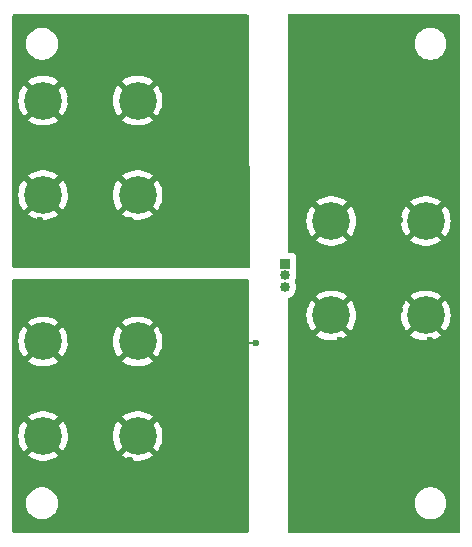
<source format=gbr>
%TF.GenerationSoftware,KiCad,Pcbnew,8.0.1*%
%TF.CreationDate,2024-04-15T20:02:01-07:00*%
%TF.ProjectId,Ideal OR Diode,49646561-6c20-44f5-9220-44696f64652e,1.0*%
%TF.SameCoordinates,Original*%
%TF.FileFunction,Copper,L2,Bot*%
%TF.FilePolarity,Positive*%
%FSLAX46Y46*%
G04 Gerber Fmt 4.6, Leading zero omitted, Abs format (unit mm)*
G04 Created by KiCad (PCBNEW 8.0.1) date 2024-04-15 20:02:01*
%MOMM*%
%LPD*%
G01*
G04 APERTURE LIST*
%TA.AperFunction,ComponentPad*%
%ADD10C,3.200000*%
%TD*%
%TA.AperFunction,ComponentPad*%
%ADD11R,0.850000X0.850000*%
%TD*%
%TA.AperFunction,ComponentPad*%
%ADD12O,0.850000X0.850000*%
%TD*%
%TA.AperFunction,ViaPad*%
%ADD13C,0.600000*%
%TD*%
%TA.AperFunction,Conductor*%
%ADD14C,0.200000*%
%TD*%
G04 APERTURE END LIST*
D10*
%TO.P,J1,1,Pin_1*%
%TO.N,+12A*%
X117100000Y-89000000D03*
X117100000Y-97000000D03*
X125100000Y-89000000D03*
X125100000Y-97000000D03*
%TD*%
D11*
%TO.P,J4,1,Pin_1*%
%TO.N,Net-(J4-Pin_1)*%
X137600000Y-82400000D03*
D12*
%TO.P,J4,2,Pin_2*%
%TO.N,GND*%
X137600000Y-83400000D03*
%TO.P,J4,3,Pin_3*%
%TO.N,Net-(J4-Pin_3)*%
X137600000Y-84400000D03*
%TD*%
D10*
%TO.P,J3,1,Pin_1*%
%TO.N,+12V*%
X141500000Y-78800000D03*
X141500000Y-86800000D03*
X149500000Y-78800000D03*
X149500000Y-86800000D03*
%TD*%
%TO.P,J2,1,Pin_1*%
%TO.N,+12B*%
X117100000Y-68600000D03*
X117100000Y-76600000D03*
X125100000Y-68600000D03*
X125100000Y-76600000D03*
%TD*%
D13*
%TO.N,+12B*%
X134100000Y-75000000D03*
%TO.N,+12A*%
X132080000Y-104140000D03*
X129540000Y-104140000D03*
X127000000Y-104140000D03*
X124460000Y-104140000D03*
X121920000Y-104140000D03*
X119380000Y-104140000D03*
X119380000Y-101600000D03*
X121920000Y-101600000D03*
X124460000Y-101600000D03*
X127000000Y-101600000D03*
X129540000Y-101600000D03*
X132080000Y-101600000D03*
X121920000Y-88900000D03*
X119380000Y-88900000D03*
X124460000Y-91440000D03*
X121920000Y-91440000D03*
X119380000Y-91440000D03*
X116840000Y-91440000D03*
X116840000Y-93980000D03*
X121920000Y-93980000D03*
X119380000Y-93980000D03*
X124460000Y-93980000D03*
X121920000Y-96520000D03*
X119380000Y-96520000D03*
X119380000Y-99060000D03*
X121920000Y-99060000D03*
X124460000Y-99060000D03*
X127000000Y-99060000D03*
X129540000Y-99060000D03*
X132080000Y-99060000D03*
X127000000Y-91440000D03*
X127000000Y-93980000D03*
X129540000Y-96520000D03*
X132080000Y-93980000D03*
X129540000Y-93980000D03*
X129540000Y-91440000D03*
X129540000Y-88900000D03*
X127000000Y-86360000D03*
X124460000Y-86360000D03*
X121920000Y-86360000D03*
X119380000Y-86360000D03*
X116840000Y-86360000D03*
%TO.N,+12V*%
X147320000Y-104140000D03*
X144780000Y-104140000D03*
X142240000Y-101600000D03*
X142240000Y-104140000D03*
X139700000Y-104140000D03*
X139700000Y-101600000D03*
X144780000Y-101600000D03*
X147320000Y-101600000D03*
X149860000Y-99060000D03*
X147320000Y-99060000D03*
X144780000Y-99060000D03*
X142240000Y-99060000D03*
X139700000Y-99060000D03*
X139700000Y-96520000D03*
X142240000Y-96520000D03*
X144780000Y-96520000D03*
X147320000Y-96520000D03*
X149860000Y-96520000D03*
X149860000Y-91440000D03*
X149860000Y-93980000D03*
X147320000Y-93980000D03*
X144780000Y-93980000D03*
X142240000Y-93980000D03*
X139700000Y-93980000D03*
X139700000Y-91440000D03*
X142240000Y-91440000D03*
X144780000Y-91440000D03*
X147320000Y-91440000D03*
X149860000Y-88900000D03*
X147320000Y-88900000D03*
X144780000Y-88900000D03*
X142240000Y-88900000D03*
X139700000Y-88900000D03*
X144780000Y-86360000D03*
X147320000Y-86360000D03*
X149860000Y-83820000D03*
X147320000Y-83820000D03*
X144780000Y-83820000D03*
X142240000Y-83820000D03*
X139700000Y-83820000D03*
X139700000Y-81280000D03*
X142240000Y-81280000D03*
X144780000Y-81280000D03*
X147320000Y-81280000D03*
X149860000Y-81280000D03*
X147320000Y-78740000D03*
X144780000Y-78740000D03*
X139700000Y-76200000D03*
X142240000Y-76200000D03*
X144780000Y-76200000D03*
X147320000Y-76200000D03*
X149860000Y-76200000D03*
X149860000Y-73660000D03*
X147320000Y-73660000D03*
X144780000Y-73660000D03*
X142240000Y-73660000D03*
X139700000Y-73660000D03*
X139700000Y-71120000D03*
X142240000Y-71120000D03*
X144780000Y-71120000D03*
X147320000Y-71120000D03*
X149860000Y-71120000D03*
X149860000Y-68580000D03*
X147320000Y-68580000D03*
X144780000Y-68580000D03*
X142240000Y-68580000D03*
X139700000Y-68580000D03*
X139700000Y-66040000D03*
X142240000Y-66040000D03*
X144780000Y-66040000D03*
X147320000Y-66040000D03*
X149860000Y-66040000D03*
X147320000Y-63500000D03*
X144780000Y-63500000D03*
X142240000Y-63500000D03*
X139700000Y-63500000D03*
%TO.N,+12B*%
X116840000Y-81280000D03*
X119380000Y-81280000D03*
X121920000Y-81280000D03*
X124460000Y-81280000D03*
X127000000Y-81280000D03*
X127000000Y-78740000D03*
X124460000Y-78740000D03*
X121920000Y-78740000D03*
X119380000Y-78740000D03*
X116840000Y-78740000D03*
X119380000Y-76200000D03*
X121920000Y-76200000D03*
X129540000Y-76200000D03*
X129540000Y-73660000D03*
X127000000Y-73660000D03*
X124460000Y-73660000D03*
X121920000Y-73660000D03*
X119380000Y-73660000D03*
X116840000Y-73660000D03*
X116840000Y-71120000D03*
X119380000Y-71120000D03*
X121920000Y-71120000D03*
X124460000Y-71120000D03*
X127000000Y-71120000D03*
X129540000Y-71120000D03*
X119380000Y-68580000D03*
X121920000Y-68580000D03*
X129540000Y-68580000D03*
X129540000Y-66040000D03*
X127000000Y-66040000D03*
X124460000Y-66040000D03*
X121920000Y-66040000D03*
X119380000Y-66040000D03*
X119380000Y-63500000D03*
X121920000Y-63500000D03*
X124460000Y-63500000D03*
X127000000Y-63500000D03*
X129540000Y-63500000D03*
X131700000Y-76400000D03*
%TO.N,+12A*%
X131700000Y-89100000D03*
X135100000Y-89100000D03*
%TD*%
D14*
%TO.N,+12B*%
X132700000Y-76400000D02*
X131700000Y-76400000D01*
X134100000Y-75000000D02*
X132700000Y-76400000D01*
%TO.N,+12A*%
X131700000Y-89100000D02*
X135100000Y-89100000D01*
%TD*%
%TA.AperFunction,Conductor*%
%TO.N,+12V*%
G36*
X152342539Y-61320185D02*
G01*
X152388294Y-61372989D01*
X152399500Y-61424500D01*
X152399500Y-105075500D01*
X152379815Y-105142539D01*
X152327011Y-105188294D01*
X152275500Y-105199500D01*
X137924000Y-105199500D01*
X137856961Y-105179815D01*
X137811206Y-105127011D01*
X137800000Y-105075500D01*
X137800000Y-102806286D01*
X148549500Y-102806286D01*
X148582753Y-103016239D01*
X148648444Y-103218414D01*
X148744951Y-103407820D01*
X148869890Y-103579786D01*
X149020213Y-103730109D01*
X149192179Y-103855048D01*
X149192181Y-103855049D01*
X149192184Y-103855051D01*
X149381588Y-103951557D01*
X149583757Y-104017246D01*
X149793713Y-104050500D01*
X149793714Y-104050500D01*
X150006286Y-104050500D01*
X150006287Y-104050500D01*
X150216243Y-104017246D01*
X150418412Y-103951557D01*
X150607816Y-103855051D01*
X150629789Y-103839086D01*
X150779786Y-103730109D01*
X150779788Y-103730106D01*
X150779792Y-103730104D01*
X150930104Y-103579792D01*
X150930106Y-103579788D01*
X150930109Y-103579786D01*
X151055048Y-103407820D01*
X151055047Y-103407820D01*
X151055051Y-103407816D01*
X151151557Y-103218412D01*
X151217246Y-103016243D01*
X151250500Y-102806287D01*
X151250500Y-102593713D01*
X151217246Y-102383757D01*
X151151557Y-102181588D01*
X151055051Y-101992184D01*
X151055049Y-101992181D01*
X151055048Y-101992179D01*
X150930109Y-101820213D01*
X150779786Y-101669890D01*
X150607820Y-101544951D01*
X150418414Y-101448444D01*
X150418413Y-101448443D01*
X150418412Y-101448443D01*
X150216243Y-101382754D01*
X150216241Y-101382753D01*
X150216240Y-101382753D01*
X150054957Y-101357208D01*
X150006287Y-101349500D01*
X149793713Y-101349500D01*
X149745042Y-101357208D01*
X149583760Y-101382753D01*
X149381585Y-101448444D01*
X149192179Y-101544951D01*
X149020213Y-101669890D01*
X148869890Y-101820213D01*
X148744951Y-101992179D01*
X148648444Y-102181585D01*
X148582753Y-102383760D01*
X148549500Y-102593713D01*
X148549500Y-102806286D01*
X137800000Y-102806286D01*
X137800000Y-86800000D01*
X139395093Y-86800000D01*
X139414697Y-87086618D01*
X139414698Y-87086619D01*
X139473145Y-87367885D01*
X139473150Y-87367902D01*
X139569355Y-87638595D01*
X139701527Y-87893677D01*
X139701531Y-87893683D01*
X139846867Y-88099576D01*
X139846868Y-88099577D01*
X140784152Y-87162292D01*
X140791049Y-87178942D01*
X140878599Y-87309970D01*
X140990030Y-87421401D01*
X141121058Y-87508951D01*
X141137705Y-87515846D01*
X140202198Y-88451353D01*
X140286144Y-88519647D01*
X140286146Y-88519648D01*
X140531607Y-88668917D01*
X140795108Y-88783371D01*
X141071737Y-88860879D01*
X141071744Y-88860880D01*
X141356355Y-88900000D01*
X141643645Y-88900000D01*
X141928255Y-88860880D01*
X141928262Y-88860879D01*
X142204891Y-88783371D01*
X142468392Y-88668917D01*
X142713854Y-88519648D01*
X142797800Y-88451353D01*
X141862294Y-87515846D01*
X141878942Y-87508951D01*
X142009970Y-87421401D01*
X142121401Y-87309970D01*
X142208951Y-87178942D01*
X142215846Y-87162293D01*
X143153130Y-88099576D01*
X143153131Y-88099576D01*
X143298472Y-87893676D01*
X143430644Y-87638595D01*
X143526849Y-87367902D01*
X143526854Y-87367885D01*
X143585301Y-87086619D01*
X143585302Y-87086618D01*
X143604906Y-86800000D01*
X147395093Y-86800000D01*
X147414697Y-87086618D01*
X147414698Y-87086619D01*
X147473145Y-87367885D01*
X147473150Y-87367902D01*
X147569355Y-87638595D01*
X147701527Y-87893677D01*
X147701531Y-87893683D01*
X147846867Y-88099576D01*
X147846868Y-88099577D01*
X148784152Y-87162292D01*
X148791049Y-87178942D01*
X148878599Y-87309970D01*
X148990030Y-87421401D01*
X149121058Y-87508951D01*
X149137705Y-87515846D01*
X148202198Y-88451353D01*
X148286144Y-88519647D01*
X148286146Y-88519648D01*
X148531607Y-88668917D01*
X148795108Y-88783371D01*
X149071737Y-88860879D01*
X149071744Y-88860880D01*
X149356355Y-88900000D01*
X149643645Y-88900000D01*
X149928255Y-88860880D01*
X149928262Y-88860879D01*
X150204891Y-88783371D01*
X150468392Y-88668917D01*
X150713854Y-88519648D01*
X150797800Y-88451353D01*
X149862294Y-87515846D01*
X149878942Y-87508951D01*
X150009970Y-87421401D01*
X150121401Y-87309970D01*
X150208951Y-87178942D01*
X150215846Y-87162293D01*
X151153130Y-88099576D01*
X151153131Y-88099576D01*
X151298472Y-87893676D01*
X151430644Y-87638595D01*
X151526849Y-87367902D01*
X151526854Y-87367885D01*
X151585301Y-87086619D01*
X151585302Y-87086618D01*
X151604906Y-86800000D01*
X151585302Y-86513381D01*
X151585301Y-86513380D01*
X151526854Y-86232114D01*
X151526849Y-86232097D01*
X151430644Y-85961404D01*
X151298472Y-85706323D01*
X151153130Y-85500422D01*
X150215846Y-86437705D01*
X150208951Y-86421058D01*
X150121401Y-86290030D01*
X150009970Y-86178599D01*
X149878942Y-86091049D01*
X149862293Y-86084152D01*
X150797800Y-85148645D01*
X150713862Y-85080357D01*
X150713853Y-85080351D01*
X150468392Y-84931082D01*
X150204891Y-84816628D01*
X149928262Y-84739120D01*
X149928255Y-84739119D01*
X149643645Y-84700000D01*
X149356355Y-84700000D01*
X149071744Y-84739119D01*
X149071737Y-84739120D01*
X148795108Y-84816628D01*
X148531610Y-84931081D01*
X148286140Y-85080355D01*
X148286137Y-85080357D01*
X148202199Y-85148645D01*
X149137706Y-86084152D01*
X149121058Y-86091049D01*
X148990030Y-86178599D01*
X148878599Y-86290030D01*
X148791049Y-86421058D01*
X148784153Y-86437706D01*
X147846868Y-85500421D01*
X147846867Y-85500421D01*
X147701531Y-85706316D01*
X147701527Y-85706322D01*
X147569355Y-85961404D01*
X147473150Y-86232097D01*
X147473145Y-86232114D01*
X147414698Y-86513380D01*
X147414697Y-86513381D01*
X147395093Y-86800000D01*
X143604906Y-86800000D01*
X143585302Y-86513381D01*
X143585301Y-86513380D01*
X143526854Y-86232114D01*
X143526849Y-86232097D01*
X143430644Y-85961404D01*
X143298472Y-85706323D01*
X143153130Y-85500422D01*
X142215846Y-86437705D01*
X142208951Y-86421058D01*
X142121401Y-86290030D01*
X142009970Y-86178599D01*
X141878942Y-86091049D01*
X141862293Y-86084152D01*
X142797800Y-85148645D01*
X142713862Y-85080357D01*
X142713853Y-85080351D01*
X142468392Y-84931082D01*
X142204891Y-84816628D01*
X141928262Y-84739120D01*
X141928255Y-84739119D01*
X141643645Y-84700000D01*
X141356355Y-84700000D01*
X141071744Y-84739119D01*
X141071737Y-84739120D01*
X140795108Y-84816628D01*
X140531610Y-84931081D01*
X140286140Y-85080355D01*
X140286137Y-85080357D01*
X140202199Y-85148645D01*
X141137706Y-86084152D01*
X141121058Y-86091049D01*
X140990030Y-86178599D01*
X140878599Y-86290030D01*
X140791049Y-86421058D01*
X140784153Y-86437706D01*
X139846868Y-85500421D01*
X139846867Y-85500421D01*
X139701531Y-85706316D01*
X139701527Y-85706322D01*
X139569355Y-85961404D01*
X139473150Y-86232097D01*
X139473145Y-86232114D01*
X139414698Y-86513380D01*
X139414697Y-86513381D01*
X139395093Y-86800000D01*
X137800000Y-86800000D01*
X137800000Y-85403595D01*
X137819685Y-85336556D01*
X137872489Y-85290801D01*
X137885692Y-85285661D01*
X137887562Y-85285052D01*
X137887571Y-85285051D01*
X138065299Y-85205922D01*
X138222692Y-85091569D01*
X138232788Y-85080357D01*
X138250895Y-85060245D01*
X138352870Y-84946992D01*
X138450144Y-84778508D01*
X138510262Y-84593482D01*
X138530598Y-84400000D01*
X138510262Y-84206518D01*
X138450144Y-84021492D01*
X138415795Y-83961999D01*
X138399322Y-83894101D01*
X138415795Y-83838001D01*
X138450144Y-83778508D01*
X138510262Y-83593482D01*
X138530598Y-83400000D01*
X138510262Y-83206518D01*
X138480150Y-83113844D01*
X138478156Y-83044006D01*
X138481895Y-83032210D01*
X138519091Y-82932483D01*
X138525500Y-82872873D01*
X138525499Y-81927128D01*
X138519091Y-81867517D01*
X138468796Y-81732669D01*
X138468795Y-81732668D01*
X138468793Y-81732664D01*
X138382547Y-81617455D01*
X138382544Y-81617452D01*
X138267335Y-81531206D01*
X138267328Y-81531202D01*
X138132482Y-81480908D01*
X138132483Y-81480908D01*
X138072883Y-81474501D01*
X138072881Y-81474500D01*
X138072873Y-81474500D01*
X138072865Y-81474500D01*
X137924000Y-81474500D01*
X137856961Y-81454815D01*
X137811206Y-81402011D01*
X137800000Y-81350500D01*
X137800000Y-78800000D01*
X139395093Y-78800000D01*
X139414697Y-79086618D01*
X139414698Y-79086619D01*
X139473145Y-79367885D01*
X139473150Y-79367902D01*
X139569355Y-79638595D01*
X139701527Y-79893677D01*
X139701531Y-79893683D01*
X139846867Y-80099576D01*
X139846868Y-80099577D01*
X140784152Y-79162292D01*
X140791049Y-79178942D01*
X140878599Y-79309970D01*
X140990030Y-79421401D01*
X141121058Y-79508951D01*
X141137705Y-79515846D01*
X140202198Y-80451353D01*
X140286144Y-80519647D01*
X140286146Y-80519648D01*
X140531607Y-80668917D01*
X140795108Y-80783371D01*
X141071737Y-80860879D01*
X141071744Y-80860880D01*
X141356355Y-80900000D01*
X141643645Y-80900000D01*
X141928255Y-80860880D01*
X141928262Y-80860879D01*
X142204891Y-80783371D01*
X142468392Y-80668917D01*
X142713854Y-80519648D01*
X142797800Y-80451353D01*
X141862294Y-79515846D01*
X141878942Y-79508951D01*
X142009970Y-79421401D01*
X142121401Y-79309970D01*
X142208951Y-79178942D01*
X142215846Y-79162293D01*
X143153130Y-80099576D01*
X143153131Y-80099576D01*
X143298472Y-79893676D01*
X143430644Y-79638595D01*
X143526849Y-79367902D01*
X143526854Y-79367885D01*
X143585301Y-79086619D01*
X143585302Y-79086618D01*
X143604906Y-78800000D01*
X147395093Y-78800000D01*
X147414697Y-79086618D01*
X147414698Y-79086619D01*
X147473145Y-79367885D01*
X147473150Y-79367902D01*
X147569355Y-79638595D01*
X147701527Y-79893677D01*
X147701531Y-79893683D01*
X147846867Y-80099576D01*
X147846868Y-80099577D01*
X148784152Y-79162292D01*
X148791049Y-79178942D01*
X148878599Y-79309970D01*
X148990030Y-79421401D01*
X149121058Y-79508951D01*
X149137705Y-79515846D01*
X148202198Y-80451353D01*
X148286144Y-80519647D01*
X148286146Y-80519648D01*
X148531607Y-80668917D01*
X148795108Y-80783371D01*
X149071737Y-80860879D01*
X149071744Y-80860880D01*
X149356355Y-80900000D01*
X149643645Y-80900000D01*
X149928255Y-80860880D01*
X149928262Y-80860879D01*
X150204891Y-80783371D01*
X150468392Y-80668917D01*
X150713854Y-80519648D01*
X150797800Y-80451353D01*
X149862294Y-79515846D01*
X149878942Y-79508951D01*
X150009970Y-79421401D01*
X150121401Y-79309970D01*
X150208951Y-79178942D01*
X150215846Y-79162293D01*
X151153130Y-80099576D01*
X151153131Y-80099576D01*
X151298472Y-79893676D01*
X151430644Y-79638595D01*
X151526849Y-79367902D01*
X151526854Y-79367885D01*
X151585301Y-79086619D01*
X151585302Y-79086618D01*
X151604906Y-78800000D01*
X151585302Y-78513381D01*
X151585301Y-78513380D01*
X151526854Y-78232114D01*
X151526849Y-78232097D01*
X151430644Y-77961404D01*
X151298472Y-77706323D01*
X151153130Y-77500422D01*
X150215846Y-78437705D01*
X150208951Y-78421058D01*
X150121401Y-78290030D01*
X150009970Y-78178599D01*
X149878942Y-78091049D01*
X149862293Y-78084152D01*
X150797800Y-77148645D01*
X150713862Y-77080357D01*
X150713853Y-77080351D01*
X150468392Y-76931082D01*
X150204891Y-76816628D01*
X149928262Y-76739120D01*
X149928255Y-76739119D01*
X149643645Y-76700000D01*
X149356355Y-76700000D01*
X149071744Y-76739119D01*
X149071737Y-76739120D01*
X148795108Y-76816628D01*
X148531610Y-76931081D01*
X148286140Y-77080355D01*
X148286137Y-77080357D01*
X148202199Y-77148645D01*
X149137706Y-78084152D01*
X149121058Y-78091049D01*
X148990030Y-78178599D01*
X148878599Y-78290030D01*
X148791049Y-78421058D01*
X148784153Y-78437706D01*
X147846868Y-77500421D01*
X147846867Y-77500421D01*
X147701531Y-77706316D01*
X147701527Y-77706322D01*
X147569355Y-77961404D01*
X147473150Y-78232097D01*
X147473145Y-78232114D01*
X147414698Y-78513380D01*
X147414697Y-78513381D01*
X147395093Y-78800000D01*
X143604906Y-78800000D01*
X143585302Y-78513381D01*
X143585301Y-78513380D01*
X143526854Y-78232114D01*
X143526849Y-78232097D01*
X143430644Y-77961404D01*
X143298472Y-77706323D01*
X143153130Y-77500422D01*
X142215846Y-78437705D01*
X142208951Y-78421058D01*
X142121401Y-78290030D01*
X142009970Y-78178599D01*
X141878942Y-78091049D01*
X141862293Y-78084152D01*
X142797800Y-77148645D01*
X142713862Y-77080357D01*
X142713853Y-77080351D01*
X142468392Y-76931082D01*
X142204891Y-76816628D01*
X141928262Y-76739120D01*
X141928255Y-76739119D01*
X141643645Y-76700000D01*
X141356355Y-76700000D01*
X141071744Y-76739119D01*
X141071737Y-76739120D01*
X140795108Y-76816628D01*
X140531610Y-76931081D01*
X140286140Y-77080355D01*
X140286137Y-77080357D01*
X140202199Y-77148645D01*
X141137706Y-78084152D01*
X141121058Y-78091049D01*
X140990030Y-78178599D01*
X140878599Y-78290030D01*
X140791049Y-78421058D01*
X140784153Y-78437706D01*
X139846868Y-77500421D01*
X139846867Y-77500421D01*
X139701531Y-77706316D01*
X139701527Y-77706322D01*
X139569355Y-77961404D01*
X139473150Y-78232097D01*
X139473145Y-78232114D01*
X139414698Y-78513380D01*
X139414697Y-78513381D01*
X139395093Y-78800000D01*
X137800000Y-78800000D01*
X137800000Y-63906286D01*
X148549500Y-63906286D01*
X148582753Y-64116239D01*
X148648444Y-64318414D01*
X148744951Y-64507820D01*
X148869890Y-64679786D01*
X149020213Y-64830109D01*
X149192179Y-64955048D01*
X149192181Y-64955049D01*
X149192184Y-64955051D01*
X149381588Y-65051557D01*
X149583757Y-65117246D01*
X149793713Y-65150500D01*
X149793714Y-65150500D01*
X150006286Y-65150500D01*
X150006287Y-65150500D01*
X150216243Y-65117246D01*
X150418412Y-65051557D01*
X150607816Y-64955051D01*
X150629789Y-64939086D01*
X150779786Y-64830109D01*
X150779788Y-64830106D01*
X150779792Y-64830104D01*
X150930104Y-64679792D01*
X150930106Y-64679788D01*
X150930109Y-64679786D01*
X151055048Y-64507820D01*
X151055047Y-64507820D01*
X151055051Y-64507816D01*
X151151557Y-64318412D01*
X151217246Y-64116243D01*
X151250500Y-63906287D01*
X151250500Y-63693713D01*
X151217246Y-63483757D01*
X151151557Y-63281588D01*
X151055051Y-63092184D01*
X151055049Y-63092181D01*
X151055048Y-63092179D01*
X150930109Y-62920213D01*
X150779786Y-62769890D01*
X150607820Y-62644951D01*
X150418414Y-62548444D01*
X150418413Y-62548443D01*
X150418412Y-62548443D01*
X150216243Y-62482754D01*
X150216241Y-62482753D01*
X150216240Y-62482753D01*
X150054957Y-62457208D01*
X150006287Y-62449500D01*
X149793713Y-62449500D01*
X149745042Y-62457208D01*
X149583760Y-62482753D01*
X149381585Y-62548444D01*
X149192179Y-62644951D01*
X149020213Y-62769890D01*
X148869890Y-62920213D01*
X148744951Y-63092179D01*
X148648444Y-63281585D01*
X148582753Y-63483760D01*
X148549500Y-63693713D01*
X148549500Y-63906286D01*
X137800000Y-63906286D01*
X137800000Y-61424500D01*
X137819685Y-61357461D01*
X137872489Y-61311706D01*
X137924000Y-61300500D01*
X152275500Y-61300500D01*
X152342539Y-61320185D01*
G37*
%TD.AperFunction*%
%TD*%
%TA.AperFunction,Conductor*%
%TO.N,+12A*%
G36*
X134443039Y-83719685D02*
G01*
X134488794Y-83772489D01*
X134500000Y-83824000D01*
X134500000Y-105075500D01*
X134480315Y-105142539D01*
X134427511Y-105188294D01*
X134376000Y-105199500D01*
X114624500Y-105199500D01*
X114557461Y-105179815D01*
X114511706Y-105127011D01*
X114500500Y-105075500D01*
X114500500Y-102806286D01*
X115649500Y-102806286D01*
X115682753Y-103016239D01*
X115748444Y-103218414D01*
X115844951Y-103407820D01*
X115969890Y-103579786D01*
X116120213Y-103730109D01*
X116292179Y-103855048D01*
X116292181Y-103855049D01*
X116292184Y-103855051D01*
X116481588Y-103951557D01*
X116683757Y-104017246D01*
X116893713Y-104050500D01*
X116893714Y-104050500D01*
X117106286Y-104050500D01*
X117106287Y-104050500D01*
X117316243Y-104017246D01*
X117518412Y-103951557D01*
X117707816Y-103855051D01*
X117729789Y-103839086D01*
X117879786Y-103730109D01*
X117879788Y-103730106D01*
X117879792Y-103730104D01*
X118030104Y-103579792D01*
X118030106Y-103579788D01*
X118030109Y-103579786D01*
X118155048Y-103407820D01*
X118155047Y-103407820D01*
X118155051Y-103407816D01*
X118251557Y-103218412D01*
X118317246Y-103016243D01*
X118350500Y-102806287D01*
X118350500Y-102593713D01*
X118317246Y-102383757D01*
X118251557Y-102181588D01*
X118155051Y-101992184D01*
X118155049Y-101992181D01*
X118155048Y-101992179D01*
X118030109Y-101820213D01*
X117879786Y-101669890D01*
X117707820Y-101544951D01*
X117518414Y-101448444D01*
X117518413Y-101448443D01*
X117518412Y-101448443D01*
X117316243Y-101382754D01*
X117316241Y-101382753D01*
X117316240Y-101382753D01*
X117154957Y-101357208D01*
X117106287Y-101349500D01*
X116893713Y-101349500D01*
X116845042Y-101357208D01*
X116683760Y-101382753D01*
X116481585Y-101448444D01*
X116292179Y-101544951D01*
X116120213Y-101669890D01*
X115969890Y-101820213D01*
X115844951Y-101992179D01*
X115748444Y-102181585D01*
X115682753Y-102383760D01*
X115649500Y-102593713D01*
X115649500Y-102806286D01*
X114500500Y-102806286D01*
X114500500Y-97000000D01*
X114995093Y-97000000D01*
X115014697Y-97286618D01*
X115014698Y-97286619D01*
X115073145Y-97567885D01*
X115073150Y-97567902D01*
X115169355Y-97838595D01*
X115301527Y-98093677D01*
X115301531Y-98093683D01*
X115446867Y-98299576D01*
X115446868Y-98299577D01*
X116384152Y-97362292D01*
X116391049Y-97378942D01*
X116478599Y-97509970D01*
X116590030Y-97621401D01*
X116721058Y-97708951D01*
X116737705Y-97715846D01*
X115802198Y-98651353D01*
X115886144Y-98719647D01*
X115886146Y-98719648D01*
X116131607Y-98868917D01*
X116395108Y-98983371D01*
X116671737Y-99060879D01*
X116671744Y-99060880D01*
X116956355Y-99100000D01*
X117243645Y-99100000D01*
X117528255Y-99060880D01*
X117528262Y-99060879D01*
X117804891Y-98983371D01*
X118068392Y-98868917D01*
X118313854Y-98719648D01*
X118397800Y-98651353D01*
X117462294Y-97715846D01*
X117478942Y-97708951D01*
X117609970Y-97621401D01*
X117721401Y-97509970D01*
X117808951Y-97378942D01*
X117815846Y-97362293D01*
X118753130Y-98299576D01*
X118753131Y-98299576D01*
X118898472Y-98093676D01*
X119030644Y-97838595D01*
X119126849Y-97567902D01*
X119126854Y-97567885D01*
X119185301Y-97286619D01*
X119185302Y-97286618D01*
X119204906Y-97000000D01*
X122995093Y-97000000D01*
X123014697Y-97286618D01*
X123014698Y-97286619D01*
X123073145Y-97567885D01*
X123073150Y-97567902D01*
X123169355Y-97838595D01*
X123301527Y-98093677D01*
X123301531Y-98093683D01*
X123446867Y-98299576D01*
X123446868Y-98299577D01*
X124384152Y-97362292D01*
X124391049Y-97378942D01*
X124478599Y-97509970D01*
X124590030Y-97621401D01*
X124721058Y-97708951D01*
X124737705Y-97715846D01*
X123802198Y-98651353D01*
X123886144Y-98719647D01*
X123886146Y-98719648D01*
X124131607Y-98868917D01*
X124395108Y-98983371D01*
X124671737Y-99060879D01*
X124671744Y-99060880D01*
X124956355Y-99100000D01*
X125243645Y-99100000D01*
X125528255Y-99060880D01*
X125528262Y-99060879D01*
X125804891Y-98983371D01*
X126068392Y-98868917D01*
X126313854Y-98719648D01*
X126397800Y-98651353D01*
X125462294Y-97715846D01*
X125478942Y-97708951D01*
X125609970Y-97621401D01*
X125721401Y-97509970D01*
X125808951Y-97378942D01*
X125815846Y-97362293D01*
X126753130Y-98299576D01*
X126753131Y-98299576D01*
X126898472Y-98093676D01*
X127030644Y-97838595D01*
X127126849Y-97567902D01*
X127126854Y-97567885D01*
X127185301Y-97286619D01*
X127185302Y-97286618D01*
X127204906Y-97000000D01*
X127185302Y-96713381D01*
X127185301Y-96713380D01*
X127126854Y-96432114D01*
X127126849Y-96432097D01*
X127030644Y-96161404D01*
X126898472Y-95906323D01*
X126753130Y-95700422D01*
X125815846Y-96637705D01*
X125808951Y-96621058D01*
X125721401Y-96490030D01*
X125609970Y-96378599D01*
X125478942Y-96291049D01*
X125462293Y-96284152D01*
X126397800Y-95348645D01*
X126313862Y-95280357D01*
X126313853Y-95280351D01*
X126068392Y-95131082D01*
X125804891Y-95016628D01*
X125528262Y-94939120D01*
X125528255Y-94939119D01*
X125243645Y-94900000D01*
X124956355Y-94900000D01*
X124671744Y-94939119D01*
X124671737Y-94939120D01*
X124395108Y-95016628D01*
X124131610Y-95131081D01*
X123886140Y-95280355D01*
X123886137Y-95280357D01*
X123802199Y-95348645D01*
X124737706Y-96284152D01*
X124721058Y-96291049D01*
X124590030Y-96378599D01*
X124478599Y-96490030D01*
X124391049Y-96621058D01*
X124384153Y-96637706D01*
X123446868Y-95700421D01*
X123446867Y-95700421D01*
X123301531Y-95906316D01*
X123301527Y-95906322D01*
X123169355Y-96161404D01*
X123073150Y-96432097D01*
X123073145Y-96432114D01*
X123014698Y-96713380D01*
X123014697Y-96713381D01*
X122995093Y-97000000D01*
X119204906Y-97000000D01*
X119185302Y-96713381D01*
X119185301Y-96713380D01*
X119126854Y-96432114D01*
X119126849Y-96432097D01*
X119030644Y-96161404D01*
X118898472Y-95906323D01*
X118753130Y-95700422D01*
X117815846Y-96637705D01*
X117808951Y-96621058D01*
X117721401Y-96490030D01*
X117609970Y-96378599D01*
X117478942Y-96291049D01*
X117462293Y-96284152D01*
X118397800Y-95348645D01*
X118313862Y-95280357D01*
X118313853Y-95280351D01*
X118068392Y-95131082D01*
X117804891Y-95016628D01*
X117528262Y-94939120D01*
X117528255Y-94939119D01*
X117243645Y-94900000D01*
X116956355Y-94900000D01*
X116671744Y-94939119D01*
X116671737Y-94939120D01*
X116395108Y-95016628D01*
X116131610Y-95131081D01*
X115886140Y-95280355D01*
X115886137Y-95280357D01*
X115802199Y-95348645D01*
X116737706Y-96284152D01*
X116721058Y-96291049D01*
X116590030Y-96378599D01*
X116478599Y-96490030D01*
X116391049Y-96621058D01*
X116384153Y-96637706D01*
X115446868Y-95700421D01*
X115446867Y-95700421D01*
X115301531Y-95906316D01*
X115301527Y-95906322D01*
X115169355Y-96161404D01*
X115073150Y-96432097D01*
X115073145Y-96432114D01*
X115014698Y-96713380D01*
X115014697Y-96713381D01*
X114995093Y-97000000D01*
X114500500Y-97000000D01*
X114500500Y-89000000D01*
X114995093Y-89000000D01*
X115014697Y-89286618D01*
X115014698Y-89286619D01*
X115073145Y-89567885D01*
X115073150Y-89567902D01*
X115169355Y-89838595D01*
X115301527Y-90093677D01*
X115301531Y-90093683D01*
X115446867Y-90299576D01*
X115446868Y-90299577D01*
X116384152Y-89362292D01*
X116391049Y-89378942D01*
X116478599Y-89509970D01*
X116590030Y-89621401D01*
X116721058Y-89708951D01*
X116737705Y-89715846D01*
X115802198Y-90651353D01*
X115886144Y-90719647D01*
X115886146Y-90719648D01*
X116131607Y-90868917D01*
X116395108Y-90983371D01*
X116671737Y-91060879D01*
X116671744Y-91060880D01*
X116956355Y-91100000D01*
X117243645Y-91100000D01*
X117528255Y-91060880D01*
X117528262Y-91060879D01*
X117804891Y-90983371D01*
X118068392Y-90868917D01*
X118313854Y-90719648D01*
X118397800Y-90651353D01*
X117462294Y-89715846D01*
X117478942Y-89708951D01*
X117609970Y-89621401D01*
X117721401Y-89509970D01*
X117808951Y-89378942D01*
X117815846Y-89362293D01*
X118753130Y-90299576D01*
X118753131Y-90299576D01*
X118898472Y-90093676D01*
X119030644Y-89838595D01*
X119126849Y-89567902D01*
X119126854Y-89567885D01*
X119185301Y-89286619D01*
X119185302Y-89286618D01*
X119204906Y-89000000D01*
X122995093Y-89000000D01*
X123014697Y-89286618D01*
X123014698Y-89286619D01*
X123073145Y-89567885D01*
X123073150Y-89567902D01*
X123169355Y-89838595D01*
X123301527Y-90093677D01*
X123301531Y-90093683D01*
X123446867Y-90299576D01*
X123446868Y-90299577D01*
X124384152Y-89362292D01*
X124391049Y-89378942D01*
X124478599Y-89509970D01*
X124590030Y-89621401D01*
X124721058Y-89708951D01*
X124737705Y-89715846D01*
X123802198Y-90651353D01*
X123886144Y-90719647D01*
X123886146Y-90719648D01*
X124131607Y-90868917D01*
X124395108Y-90983371D01*
X124671737Y-91060879D01*
X124671744Y-91060880D01*
X124956355Y-91100000D01*
X125243645Y-91100000D01*
X125528255Y-91060880D01*
X125528262Y-91060879D01*
X125804891Y-90983371D01*
X126068392Y-90868917D01*
X126313854Y-90719648D01*
X126397800Y-90651353D01*
X125462294Y-89715846D01*
X125478942Y-89708951D01*
X125609970Y-89621401D01*
X125721401Y-89509970D01*
X125808951Y-89378942D01*
X125815846Y-89362293D01*
X126753130Y-90299576D01*
X126753131Y-90299576D01*
X126898472Y-90093676D01*
X127030644Y-89838595D01*
X127126849Y-89567902D01*
X127126854Y-89567885D01*
X127185301Y-89286619D01*
X127185302Y-89286618D01*
X127204906Y-89000000D01*
X127185302Y-88713381D01*
X127185301Y-88713380D01*
X127126854Y-88432114D01*
X127126849Y-88432097D01*
X127030644Y-88161404D01*
X126898472Y-87906323D01*
X126753130Y-87700422D01*
X125815846Y-88637705D01*
X125808951Y-88621058D01*
X125721401Y-88490030D01*
X125609970Y-88378599D01*
X125478942Y-88291049D01*
X125462293Y-88284152D01*
X126397800Y-87348645D01*
X126313862Y-87280357D01*
X126313853Y-87280351D01*
X126068392Y-87131082D01*
X125804891Y-87016628D01*
X125528262Y-86939120D01*
X125528255Y-86939119D01*
X125243645Y-86900000D01*
X124956355Y-86900000D01*
X124671744Y-86939119D01*
X124671737Y-86939120D01*
X124395108Y-87016628D01*
X124131610Y-87131081D01*
X123886140Y-87280355D01*
X123886137Y-87280357D01*
X123802199Y-87348645D01*
X124737706Y-88284152D01*
X124721058Y-88291049D01*
X124590030Y-88378599D01*
X124478599Y-88490030D01*
X124391049Y-88621058D01*
X124384153Y-88637706D01*
X123446868Y-87700421D01*
X123446867Y-87700421D01*
X123301531Y-87906316D01*
X123301527Y-87906322D01*
X123169355Y-88161404D01*
X123073150Y-88432097D01*
X123073145Y-88432114D01*
X123014698Y-88713380D01*
X123014697Y-88713381D01*
X122995093Y-89000000D01*
X119204906Y-89000000D01*
X119185302Y-88713381D01*
X119185301Y-88713380D01*
X119126854Y-88432114D01*
X119126849Y-88432097D01*
X119030644Y-88161404D01*
X118898472Y-87906323D01*
X118753130Y-87700422D01*
X117815846Y-88637705D01*
X117808951Y-88621058D01*
X117721401Y-88490030D01*
X117609970Y-88378599D01*
X117478942Y-88291049D01*
X117462293Y-88284152D01*
X118397800Y-87348645D01*
X118313862Y-87280357D01*
X118313853Y-87280351D01*
X118068392Y-87131082D01*
X117804891Y-87016628D01*
X117528262Y-86939120D01*
X117528255Y-86939119D01*
X117243645Y-86900000D01*
X116956355Y-86900000D01*
X116671744Y-86939119D01*
X116671737Y-86939120D01*
X116395108Y-87016628D01*
X116131610Y-87131081D01*
X115886140Y-87280355D01*
X115886137Y-87280357D01*
X115802199Y-87348645D01*
X116737706Y-88284152D01*
X116721058Y-88291049D01*
X116590030Y-88378599D01*
X116478599Y-88490030D01*
X116391049Y-88621058D01*
X116384153Y-88637706D01*
X115446868Y-87700421D01*
X115446867Y-87700421D01*
X115301531Y-87906316D01*
X115301527Y-87906322D01*
X115169355Y-88161404D01*
X115073150Y-88432097D01*
X115073145Y-88432114D01*
X115014698Y-88713380D01*
X115014697Y-88713381D01*
X114995093Y-89000000D01*
X114500500Y-89000000D01*
X114500500Y-83824000D01*
X114520185Y-83756961D01*
X114572989Y-83711206D01*
X114624500Y-83700000D01*
X134376000Y-83700000D01*
X134443039Y-83719685D01*
G37*
%TD.AperFunction*%
%TD*%
%TA.AperFunction,Conductor*%
%TO.N,+12B*%
G36*
X134444984Y-61320185D02*
G01*
X134490739Y-61372989D01*
X134501944Y-61423931D01*
X134543435Y-70468917D01*
X134576576Y-77693677D01*
X134599429Y-82675431D01*
X134580052Y-82742560D01*
X134527458Y-82788557D01*
X134475430Y-82800000D01*
X114624500Y-82800000D01*
X114557461Y-82780315D01*
X114511706Y-82727511D01*
X114500500Y-82676000D01*
X114500500Y-76600000D01*
X114995093Y-76600000D01*
X115014697Y-76886618D01*
X115014698Y-76886619D01*
X115073145Y-77167885D01*
X115073150Y-77167902D01*
X115169355Y-77438595D01*
X115301527Y-77693677D01*
X115301531Y-77693683D01*
X115446867Y-77899576D01*
X115446868Y-77899577D01*
X116384152Y-76962292D01*
X116391049Y-76978942D01*
X116478599Y-77109970D01*
X116590030Y-77221401D01*
X116721058Y-77308951D01*
X116737705Y-77315846D01*
X115802198Y-78251353D01*
X115886144Y-78319647D01*
X115886146Y-78319648D01*
X116131607Y-78468917D01*
X116395108Y-78583371D01*
X116671737Y-78660879D01*
X116671744Y-78660880D01*
X116956355Y-78700000D01*
X117243645Y-78700000D01*
X117528255Y-78660880D01*
X117528262Y-78660879D01*
X117804891Y-78583371D01*
X118068392Y-78468917D01*
X118313854Y-78319648D01*
X118397800Y-78251353D01*
X117462294Y-77315846D01*
X117478942Y-77308951D01*
X117609970Y-77221401D01*
X117721401Y-77109970D01*
X117808951Y-76978942D01*
X117815846Y-76962293D01*
X118753130Y-77899576D01*
X118753131Y-77899576D01*
X118898472Y-77693676D01*
X119030644Y-77438595D01*
X119126849Y-77167902D01*
X119126854Y-77167885D01*
X119185301Y-76886619D01*
X119185302Y-76886618D01*
X119204906Y-76600000D01*
X122995093Y-76600000D01*
X123014697Y-76886618D01*
X123014698Y-76886619D01*
X123073145Y-77167885D01*
X123073150Y-77167902D01*
X123169355Y-77438595D01*
X123301527Y-77693677D01*
X123301531Y-77693683D01*
X123446867Y-77899576D01*
X123446868Y-77899577D01*
X124384152Y-76962292D01*
X124391049Y-76978942D01*
X124478599Y-77109970D01*
X124590030Y-77221401D01*
X124721058Y-77308951D01*
X124737705Y-77315846D01*
X123802198Y-78251353D01*
X123886144Y-78319647D01*
X123886146Y-78319648D01*
X124131607Y-78468917D01*
X124395108Y-78583371D01*
X124671737Y-78660879D01*
X124671744Y-78660880D01*
X124956355Y-78700000D01*
X125243645Y-78700000D01*
X125528255Y-78660880D01*
X125528262Y-78660879D01*
X125804891Y-78583371D01*
X126068392Y-78468917D01*
X126313854Y-78319648D01*
X126397800Y-78251353D01*
X125462294Y-77315846D01*
X125478942Y-77308951D01*
X125609970Y-77221401D01*
X125721401Y-77109970D01*
X125808951Y-76978942D01*
X125815846Y-76962293D01*
X126753130Y-77899576D01*
X126753131Y-77899576D01*
X126898472Y-77693676D01*
X127030644Y-77438595D01*
X127126849Y-77167902D01*
X127126854Y-77167885D01*
X127185301Y-76886619D01*
X127185302Y-76886618D01*
X127204906Y-76600000D01*
X127185302Y-76313381D01*
X127185301Y-76313380D01*
X127126854Y-76032114D01*
X127126849Y-76032097D01*
X127030644Y-75761404D01*
X126898472Y-75506323D01*
X126753130Y-75300422D01*
X125815846Y-76237705D01*
X125808951Y-76221058D01*
X125721401Y-76090030D01*
X125609970Y-75978599D01*
X125478942Y-75891049D01*
X125462293Y-75884152D01*
X126397800Y-74948645D01*
X126313862Y-74880357D01*
X126313853Y-74880351D01*
X126068392Y-74731082D01*
X125804891Y-74616628D01*
X125528262Y-74539120D01*
X125528255Y-74539119D01*
X125243645Y-74500000D01*
X124956355Y-74500000D01*
X124671744Y-74539119D01*
X124671737Y-74539120D01*
X124395108Y-74616628D01*
X124131610Y-74731081D01*
X123886140Y-74880355D01*
X123886137Y-74880357D01*
X123802199Y-74948645D01*
X124737706Y-75884152D01*
X124721058Y-75891049D01*
X124590030Y-75978599D01*
X124478599Y-76090030D01*
X124391049Y-76221058D01*
X124384153Y-76237706D01*
X123446868Y-75300421D01*
X123446867Y-75300421D01*
X123301531Y-75506316D01*
X123301527Y-75506322D01*
X123169355Y-75761404D01*
X123073150Y-76032097D01*
X123073145Y-76032114D01*
X123014698Y-76313380D01*
X123014697Y-76313381D01*
X122995093Y-76600000D01*
X119204906Y-76600000D01*
X119185302Y-76313381D01*
X119185301Y-76313380D01*
X119126854Y-76032114D01*
X119126849Y-76032097D01*
X119030644Y-75761404D01*
X118898472Y-75506323D01*
X118753130Y-75300422D01*
X117815846Y-76237705D01*
X117808951Y-76221058D01*
X117721401Y-76090030D01*
X117609970Y-75978599D01*
X117478942Y-75891049D01*
X117462293Y-75884152D01*
X118397800Y-74948645D01*
X118313862Y-74880357D01*
X118313853Y-74880351D01*
X118068392Y-74731082D01*
X117804891Y-74616628D01*
X117528262Y-74539120D01*
X117528255Y-74539119D01*
X117243645Y-74500000D01*
X116956355Y-74500000D01*
X116671744Y-74539119D01*
X116671737Y-74539120D01*
X116395108Y-74616628D01*
X116131610Y-74731081D01*
X115886140Y-74880355D01*
X115886137Y-74880357D01*
X115802199Y-74948645D01*
X116737706Y-75884152D01*
X116721058Y-75891049D01*
X116590030Y-75978599D01*
X116478599Y-76090030D01*
X116391049Y-76221058D01*
X116384153Y-76237706D01*
X115446868Y-75300421D01*
X115446867Y-75300421D01*
X115301531Y-75506316D01*
X115301527Y-75506322D01*
X115169355Y-75761404D01*
X115073150Y-76032097D01*
X115073145Y-76032114D01*
X115014698Y-76313380D01*
X115014697Y-76313381D01*
X114995093Y-76600000D01*
X114500500Y-76600000D01*
X114500500Y-68600000D01*
X114995093Y-68600000D01*
X115014697Y-68886618D01*
X115014698Y-68886619D01*
X115073145Y-69167885D01*
X115073150Y-69167902D01*
X115169355Y-69438595D01*
X115301527Y-69693677D01*
X115301531Y-69693683D01*
X115446867Y-69899576D01*
X115446868Y-69899577D01*
X116384152Y-68962292D01*
X116391049Y-68978942D01*
X116478599Y-69109970D01*
X116590030Y-69221401D01*
X116721058Y-69308951D01*
X116737705Y-69315846D01*
X115802198Y-70251353D01*
X115886144Y-70319647D01*
X115886146Y-70319648D01*
X116131607Y-70468917D01*
X116395108Y-70583371D01*
X116671737Y-70660879D01*
X116671744Y-70660880D01*
X116956355Y-70700000D01*
X117243645Y-70700000D01*
X117528255Y-70660880D01*
X117528262Y-70660879D01*
X117804891Y-70583371D01*
X118068392Y-70468917D01*
X118313854Y-70319648D01*
X118397800Y-70251353D01*
X117462294Y-69315846D01*
X117478942Y-69308951D01*
X117609970Y-69221401D01*
X117721401Y-69109970D01*
X117808951Y-68978942D01*
X117815846Y-68962293D01*
X118753130Y-69899576D01*
X118753131Y-69899576D01*
X118898472Y-69693676D01*
X119030644Y-69438595D01*
X119126849Y-69167902D01*
X119126854Y-69167885D01*
X119185301Y-68886619D01*
X119185302Y-68886618D01*
X119204906Y-68600000D01*
X122995093Y-68600000D01*
X123014697Y-68886618D01*
X123014698Y-68886619D01*
X123073145Y-69167885D01*
X123073150Y-69167902D01*
X123169355Y-69438595D01*
X123301527Y-69693677D01*
X123301531Y-69693683D01*
X123446867Y-69899576D01*
X123446868Y-69899577D01*
X124384152Y-68962292D01*
X124391049Y-68978942D01*
X124478599Y-69109970D01*
X124590030Y-69221401D01*
X124721058Y-69308951D01*
X124737705Y-69315846D01*
X123802198Y-70251353D01*
X123886144Y-70319647D01*
X123886146Y-70319648D01*
X124131607Y-70468917D01*
X124395108Y-70583371D01*
X124671737Y-70660879D01*
X124671744Y-70660880D01*
X124956355Y-70700000D01*
X125243645Y-70700000D01*
X125528255Y-70660880D01*
X125528262Y-70660879D01*
X125804891Y-70583371D01*
X126068392Y-70468917D01*
X126313854Y-70319648D01*
X126397800Y-70251353D01*
X125462294Y-69315846D01*
X125478942Y-69308951D01*
X125609970Y-69221401D01*
X125721401Y-69109970D01*
X125808951Y-68978942D01*
X125815846Y-68962293D01*
X126753130Y-69899576D01*
X126753131Y-69899576D01*
X126898472Y-69693676D01*
X127030644Y-69438595D01*
X127126849Y-69167902D01*
X127126854Y-69167885D01*
X127185301Y-68886619D01*
X127185302Y-68886618D01*
X127204906Y-68600000D01*
X127185302Y-68313381D01*
X127185301Y-68313380D01*
X127126854Y-68032114D01*
X127126849Y-68032097D01*
X127030644Y-67761404D01*
X126898472Y-67506323D01*
X126753130Y-67300422D01*
X125815846Y-68237705D01*
X125808951Y-68221058D01*
X125721401Y-68090030D01*
X125609970Y-67978599D01*
X125478942Y-67891049D01*
X125462293Y-67884152D01*
X126397800Y-66948645D01*
X126313862Y-66880357D01*
X126313853Y-66880351D01*
X126068392Y-66731082D01*
X125804891Y-66616628D01*
X125528262Y-66539120D01*
X125528255Y-66539119D01*
X125243645Y-66500000D01*
X124956355Y-66500000D01*
X124671744Y-66539119D01*
X124671737Y-66539120D01*
X124395108Y-66616628D01*
X124131610Y-66731081D01*
X123886140Y-66880355D01*
X123886137Y-66880357D01*
X123802199Y-66948645D01*
X124737706Y-67884152D01*
X124721058Y-67891049D01*
X124590030Y-67978599D01*
X124478599Y-68090030D01*
X124391049Y-68221058D01*
X124384153Y-68237706D01*
X123446868Y-67300421D01*
X123446867Y-67300421D01*
X123301531Y-67506316D01*
X123301527Y-67506322D01*
X123169355Y-67761404D01*
X123073150Y-68032097D01*
X123073145Y-68032114D01*
X123014698Y-68313380D01*
X123014697Y-68313381D01*
X122995093Y-68600000D01*
X119204906Y-68600000D01*
X119185302Y-68313381D01*
X119185301Y-68313380D01*
X119126854Y-68032114D01*
X119126849Y-68032097D01*
X119030644Y-67761404D01*
X118898472Y-67506323D01*
X118753130Y-67300422D01*
X117815846Y-68237705D01*
X117808951Y-68221058D01*
X117721401Y-68090030D01*
X117609970Y-67978599D01*
X117478942Y-67891049D01*
X117462293Y-67884152D01*
X118397800Y-66948645D01*
X118313862Y-66880357D01*
X118313853Y-66880351D01*
X118068392Y-66731082D01*
X117804891Y-66616628D01*
X117528262Y-66539120D01*
X117528255Y-66539119D01*
X117243645Y-66500000D01*
X116956355Y-66500000D01*
X116671744Y-66539119D01*
X116671737Y-66539120D01*
X116395108Y-66616628D01*
X116131610Y-66731081D01*
X115886140Y-66880355D01*
X115886137Y-66880357D01*
X115802199Y-66948645D01*
X116737706Y-67884152D01*
X116721058Y-67891049D01*
X116590030Y-67978599D01*
X116478599Y-68090030D01*
X116391049Y-68221058D01*
X116384153Y-68237706D01*
X115446868Y-67300421D01*
X115446867Y-67300421D01*
X115301531Y-67506316D01*
X115301527Y-67506322D01*
X115169355Y-67761404D01*
X115073150Y-68032097D01*
X115073145Y-68032114D01*
X115014698Y-68313380D01*
X115014697Y-68313381D01*
X114995093Y-68600000D01*
X114500500Y-68600000D01*
X114500500Y-63906286D01*
X115649500Y-63906286D01*
X115682753Y-64116239D01*
X115748444Y-64318414D01*
X115844951Y-64507820D01*
X115969890Y-64679786D01*
X116120213Y-64830109D01*
X116292179Y-64955048D01*
X116292181Y-64955049D01*
X116292184Y-64955051D01*
X116481588Y-65051557D01*
X116683757Y-65117246D01*
X116893713Y-65150500D01*
X116893714Y-65150500D01*
X117106286Y-65150500D01*
X117106287Y-65150500D01*
X117316243Y-65117246D01*
X117518412Y-65051557D01*
X117707816Y-64955051D01*
X117729789Y-64939086D01*
X117879786Y-64830109D01*
X117879788Y-64830106D01*
X117879792Y-64830104D01*
X118030104Y-64679792D01*
X118030106Y-64679788D01*
X118030109Y-64679786D01*
X118155048Y-64507820D01*
X118155047Y-64507820D01*
X118155051Y-64507816D01*
X118251557Y-64318412D01*
X118317246Y-64116243D01*
X118350500Y-63906287D01*
X118350500Y-63693713D01*
X118317246Y-63483757D01*
X118251557Y-63281588D01*
X118155051Y-63092184D01*
X118155049Y-63092181D01*
X118155048Y-63092179D01*
X118030109Y-62920213D01*
X117879786Y-62769890D01*
X117707820Y-62644951D01*
X117518414Y-62548444D01*
X117518413Y-62548443D01*
X117518412Y-62548443D01*
X117316243Y-62482754D01*
X117316241Y-62482753D01*
X117316240Y-62482753D01*
X117154957Y-62457208D01*
X117106287Y-62449500D01*
X116893713Y-62449500D01*
X116845042Y-62457208D01*
X116683760Y-62482753D01*
X116481585Y-62548444D01*
X116292179Y-62644951D01*
X116120213Y-62769890D01*
X115969890Y-62920213D01*
X115844951Y-63092179D01*
X115748444Y-63281585D01*
X115682753Y-63483760D01*
X115649500Y-63693713D01*
X115649500Y-63906286D01*
X114500500Y-63906286D01*
X114500500Y-61424500D01*
X114520185Y-61357461D01*
X114572989Y-61311706D01*
X114624500Y-61300500D01*
X134377945Y-61300500D01*
X134444984Y-61320185D01*
G37*
%TD.AperFunction*%
%TD*%
M02*

</source>
